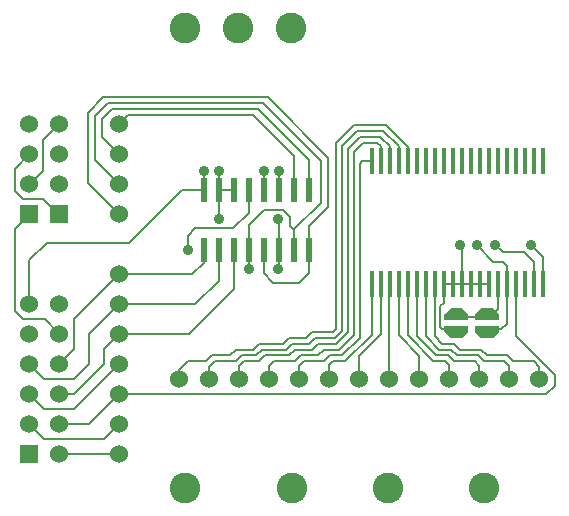
<source format=gbl>
G04 (created by PCBNEW-RS274X (2012-01-19 BZR 3256)-stable) date Mon 10 Dec 2012 15:28:44 GMT*
G01*
G70*
G90*
%MOIN*%
G04 Gerber Fmt 3.4, Leading zero omitted, Abs format*
%FSLAX34Y34*%
G04 APERTURE LIST*
%ADD10C,0.006000*%
%ADD11C,0.102400*%
%ADD12R,0.015700X0.086600*%
%ADD13R,0.078700X0.019700*%
%ADD14R,0.023600X0.078700*%
%ADD15C,0.060000*%
%ADD16R,0.060000X0.060000*%
%ADD17C,0.035000*%
%ADD18C,0.008000*%
G04 APERTURE END LIST*
G54D10*
G54D11*
X56181Y-32283D03*
X57953Y-32283D03*
X59724Y-32283D03*
X56181Y-47638D03*
X59764Y-47638D03*
X62953Y-47638D03*
X66142Y-47638D03*
G54D12*
X63306Y-40830D03*
X63006Y-40830D03*
X62706Y-40830D03*
X62406Y-40830D03*
X63606Y-40830D03*
X63906Y-40830D03*
X64206Y-40830D03*
X64506Y-40830D03*
X64806Y-40830D03*
X65106Y-40830D03*
X65406Y-40830D03*
X63306Y-36730D03*
X63606Y-36730D03*
X63906Y-36730D03*
X64206Y-36730D03*
X64506Y-36730D03*
X64806Y-36730D03*
X65106Y-36730D03*
X65406Y-36730D03*
X65706Y-36730D03*
X63006Y-36730D03*
X62706Y-36730D03*
X62406Y-36730D03*
X65706Y-40830D03*
X66006Y-40830D03*
X66306Y-40830D03*
X66606Y-40830D03*
X66906Y-40830D03*
X67206Y-40830D03*
X67506Y-40830D03*
X67806Y-40830D03*
X66006Y-36730D03*
X66306Y-36730D03*
X66606Y-36730D03*
X66906Y-36730D03*
X67206Y-36730D03*
X67506Y-36730D03*
X67806Y-36730D03*
X68106Y-36730D03*
X68106Y-40830D03*
G54D10*
G36*
X65629Y-41830D02*
X64843Y-41830D01*
X65039Y-41634D01*
X65433Y-41634D01*
X65629Y-41830D01*
X65629Y-41830D01*
G37*
G54D13*
X65236Y-41929D03*
G54D10*
G36*
X65432Y-42618D02*
X65040Y-42618D01*
X64842Y-42422D01*
X65630Y-42422D01*
X65432Y-42618D01*
X65432Y-42618D01*
G37*
G54D13*
X65236Y-42323D03*
G54D10*
G36*
X66653Y-41830D02*
X65867Y-41830D01*
X66063Y-41634D01*
X66457Y-41634D01*
X66653Y-41830D01*
X66653Y-41830D01*
G37*
G54D13*
X66260Y-41929D03*
G54D10*
G36*
X66456Y-42618D02*
X66064Y-42618D01*
X65866Y-42422D01*
X66654Y-42422D01*
X66456Y-42618D01*
X66456Y-42618D01*
G37*
G54D13*
X66260Y-42323D03*
G54D14*
X56813Y-37681D03*
X57313Y-37681D03*
X57813Y-37681D03*
X58313Y-37681D03*
X58813Y-37681D03*
X59313Y-37681D03*
X59813Y-37681D03*
X60313Y-37681D03*
X60313Y-39681D03*
X59813Y-39681D03*
X59313Y-39681D03*
X58813Y-39681D03*
X58313Y-39681D03*
X57813Y-39681D03*
X57313Y-39681D03*
X56813Y-39681D03*
G54D15*
X63000Y-44000D03*
X54000Y-35500D03*
X54000Y-43500D03*
X54000Y-36500D03*
X56000Y-44000D03*
X57000Y-44000D03*
X58000Y-44000D03*
X59000Y-44000D03*
X60000Y-44000D03*
X61000Y-44000D03*
X62000Y-44000D03*
X54000Y-42500D03*
X64000Y-44000D03*
X65000Y-44000D03*
X66000Y-44000D03*
X67000Y-44000D03*
X68000Y-44000D03*
X54000Y-45500D03*
X54000Y-44500D03*
X54000Y-46500D03*
X54000Y-40500D03*
X54000Y-38500D03*
X54000Y-41500D03*
X54000Y-37500D03*
G54D16*
X51000Y-46500D03*
G54D15*
X52000Y-46500D03*
X51000Y-45500D03*
X52000Y-45500D03*
X51000Y-44500D03*
X52000Y-44500D03*
X52000Y-43500D03*
X51000Y-43500D03*
X52000Y-42500D03*
X51000Y-42500D03*
X52000Y-41500D03*
X51000Y-41500D03*
G54D16*
X52000Y-38500D03*
G54D15*
X52000Y-37500D03*
X52000Y-36500D03*
X52000Y-35500D03*
G54D16*
X51000Y-38500D03*
G54D15*
X51000Y-37500D03*
X51000Y-36500D03*
X51000Y-35500D03*
G54D17*
X56811Y-37067D03*
X56299Y-39685D03*
X58307Y-40315D03*
X59291Y-38661D03*
X59291Y-40315D03*
X65354Y-39528D03*
X57323Y-38661D03*
X57323Y-37067D03*
X66535Y-39528D03*
X67717Y-39528D03*
X65906Y-39528D03*
X58819Y-37067D03*
X59311Y-37067D03*
G54D18*
X55039Y-38740D02*
X54330Y-39449D01*
X56813Y-37681D02*
X56099Y-37681D01*
X51574Y-39449D02*
X51000Y-40023D01*
X54330Y-39449D02*
X51574Y-39449D01*
X56099Y-37681D02*
X55039Y-38741D01*
X56813Y-37681D02*
X56813Y-37069D01*
X55039Y-38741D02*
X55039Y-38740D01*
X56813Y-37069D02*
X56811Y-37067D01*
X51000Y-40023D02*
X51000Y-41500D01*
X52500Y-44000D02*
X53000Y-43500D01*
X57313Y-40718D02*
X56531Y-41500D01*
X53000Y-42500D02*
X54000Y-41500D01*
X51500Y-44000D02*
X52500Y-44000D01*
X53000Y-43500D02*
X53000Y-42500D01*
X51000Y-43500D02*
X51500Y-44000D01*
X57313Y-39681D02*
X57313Y-40718D01*
X56531Y-41500D02*
X54000Y-41500D01*
X56429Y-40500D02*
X54000Y-40500D01*
X56813Y-39681D02*
X56813Y-40116D01*
X52500Y-43000D02*
X52500Y-42000D01*
X56813Y-40116D02*
X56429Y-40500D01*
X52500Y-42000D02*
X54000Y-40500D01*
X52000Y-43500D02*
X52500Y-43000D01*
X57813Y-41006D02*
X56319Y-42500D01*
X56319Y-42500D02*
X54000Y-42500D01*
X53500Y-43000D02*
X53500Y-43500D01*
X57813Y-39681D02*
X57813Y-41006D01*
X52500Y-44500D02*
X52000Y-44500D01*
X54000Y-42500D02*
X53500Y-43000D01*
X53500Y-43500D02*
X52500Y-44500D01*
X57795Y-38976D02*
X58313Y-38458D01*
X52500Y-45000D02*
X51500Y-45000D01*
X56299Y-39213D02*
X56536Y-38976D01*
X56299Y-39685D02*
X56299Y-39213D01*
X54000Y-43500D02*
X52500Y-45000D01*
X51500Y-45000D02*
X51000Y-44500D01*
X56536Y-38976D02*
X57795Y-38976D01*
X58313Y-38458D02*
X58313Y-37681D01*
X60709Y-36733D02*
X58779Y-34803D01*
X59813Y-39681D02*
X59813Y-39006D01*
X59685Y-38898D02*
X59685Y-38582D01*
X59793Y-39006D02*
X59685Y-38898D01*
X59685Y-38582D02*
X59449Y-38346D01*
X58819Y-38346D02*
X58313Y-38852D01*
X59813Y-39006D02*
X59793Y-39006D01*
X58313Y-39681D02*
X58313Y-40309D01*
X59449Y-38346D02*
X58819Y-38346D01*
X50989Y-38500D02*
X50512Y-38977D01*
X50512Y-38977D02*
X50512Y-41733D01*
X50512Y-41733D02*
X50787Y-42008D01*
X50787Y-42008D02*
X51508Y-42008D01*
X51508Y-42008D02*
X52000Y-42500D01*
X51000Y-38500D02*
X50989Y-38500D01*
X58313Y-40309D02*
X58307Y-40315D01*
X58313Y-38852D02*
X58313Y-39681D01*
X53189Y-36689D02*
X54000Y-37500D01*
X53622Y-34803D02*
X53189Y-35236D01*
X60709Y-38110D02*
X60709Y-36733D01*
X59813Y-39006D02*
X60709Y-38110D01*
X58779Y-34803D02*
X53622Y-34803D01*
X53189Y-35236D02*
X53189Y-36689D01*
X50512Y-36988D02*
X51000Y-36500D01*
X60313Y-40475D02*
X60001Y-40787D01*
X59134Y-40787D02*
X58813Y-40466D01*
X60313Y-39681D02*
X60313Y-40475D01*
X58813Y-40466D02*
X58813Y-39681D01*
X50512Y-37717D02*
X50512Y-36988D01*
X52000Y-38500D02*
X51965Y-38500D01*
X50787Y-37992D02*
X50512Y-37717D01*
X51457Y-37992D02*
X50787Y-37992D01*
X51965Y-38500D02*
X51457Y-37992D01*
X60001Y-40787D02*
X59134Y-40787D01*
X58937Y-34606D02*
X60945Y-36614D01*
X58937Y-34606D02*
X53465Y-34606D01*
X54000Y-38500D02*
X52953Y-37453D01*
X60313Y-38900D02*
X60313Y-39681D01*
X60945Y-38268D02*
X60313Y-38900D01*
X53465Y-34606D02*
X52953Y-35118D01*
X60945Y-36614D02*
X60945Y-38268D01*
X52953Y-35118D02*
X52953Y-37453D01*
X65406Y-40830D02*
X65706Y-40830D01*
X59313Y-39681D02*
X59313Y-38683D01*
X57313Y-37681D02*
X57313Y-37077D01*
X65236Y-42323D02*
X65236Y-42520D01*
X57313Y-38651D02*
X57323Y-38661D01*
X66006Y-40830D02*
X66306Y-40830D01*
X57313Y-37681D02*
X57813Y-37681D01*
X64685Y-42244D02*
X64685Y-41575D01*
X64685Y-41575D02*
X64806Y-41454D01*
X57313Y-37681D02*
X57313Y-38651D01*
X65706Y-40830D02*
X66006Y-40830D01*
X65106Y-40830D02*
X64806Y-40830D01*
X64764Y-42323D02*
X64685Y-42244D01*
X65406Y-40830D02*
X65106Y-40830D01*
X59291Y-40315D02*
X59313Y-40293D01*
X65236Y-42323D02*
X64764Y-42323D01*
X59313Y-40293D02*
X59313Y-39681D01*
X65406Y-39580D02*
X65354Y-39528D01*
X59313Y-38683D02*
X59291Y-38661D01*
X64806Y-41454D02*
X64806Y-40830D01*
X65406Y-40830D02*
X65406Y-39580D01*
X57313Y-37077D02*
X57323Y-37067D01*
X53500Y-46000D02*
X54000Y-45500D01*
X51000Y-45500D02*
X51500Y-46000D01*
X66771Y-39764D02*
X67480Y-39764D01*
X66535Y-39528D02*
X66771Y-39764D01*
X51500Y-46000D02*
X53500Y-46000D01*
X67806Y-40090D02*
X67806Y-40830D01*
X67480Y-39764D02*
X67806Y-40090D01*
X52000Y-46500D02*
X54000Y-46500D01*
X67717Y-39528D02*
X68106Y-39917D01*
X68106Y-39917D02*
X68106Y-40830D01*
X67206Y-42560D02*
X67206Y-40830D01*
X53000Y-45500D02*
X54000Y-44500D01*
X68504Y-43858D02*
X67206Y-42560D01*
X52000Y-45500D02*
X53000Y-45500D01*
X54000Y-44500D02*
X68217Y-44500D01*
X68504Y-44213D02*
X68504Y-43858D01*
X68217Y-44500D02*
X68504Y-44213D01*
X66260Y-42323D02*
X66260Y-42520D01*
X66772Y-40079D02*
X66457Y-40079D01*
X66457Y-40079D02*
X65906Y-39528D01*
X66906Y-40830D02*
X66906Y-40213D01*
X66906Y-40213D02*
X66772Y-40079D01*
X66906Y-40830D02*
X66906Y-42149D01*
X66732Y-42323D02*
X66260Y-42323D01*
X66906Y-42149D02*
X66732Y-42323D01*
X60433Y-42421D02*
X61121Y-42421D01*
X57087Y-43209D02*
X57677Y-43209D01*
X57677Y-43209D02*
X57874Y-43012D01*
X56890Y-43406D02*
X57087Y-43209D01*
X59646Y-42618D02*
X60236Y-42618D01*
X60236Y-42618D02*
X60433Y-42421D01*
X57874Y-43012D02*
X58464Y-43012D01*
X61220Y-36123D02*
X61812Y-35531D01*
X62893Y-35531D02*
X63606Y-36244D01*
X56000Y-43705D02*
X56299Y-43406D01*
X58464Y-43012D02*
X58661Y-42815D01*
X56000Y-44000D02*
X56000Y-43705D01*
X59449Y-42815D02*
X59646Y-42618D01*
X61812Y-35531D02*
X62893Y-35531D01*
X61121Y-42421D02*
X61220Y-42322D01*
X63606Y-36244D02*
X63606Y-36730D01*
X56299Y-43406D02*
X56890Y-43406D01*
X61220Y-42322D02*
X61220Y-36123D01*
X58661Y-42815D02*
X59449Y-42815D01*
X62697Y-35925D02*
X63006Y-36234D01*
X61614Y-36319D02*
X62008Y-35925D01*
X58858Y-43209D02*
X59646Y-43209D01*
X61614Y-42421D02*
X61614Y-36319D01*
X58169Y-43406D02*
X58661Y-43406D01*
X62008Y-35925D02*
X62697Y-35925D01*
X58000Y-43575D02*
X58169Y-43406D01*
X60433Y-43012D02*
X60630Y-42815D01*
X61220Y-42815D02*
X61614Y-42421D01*
X59646Y-43209D02*
X59843Y-43012D01*
X63006Y-36234D02*
X63006Y-36730D01*
X59843Y-43012D02*
X60433Y-43012D01*
X60630Y-42815D02*
X61220Y-42815D01*
X58661Y-43406D02*
X58858Y-43209D01*
X58000Y-44000D02*
X58000Y-43575D01*
X61024Y-43209D02*
X61417Y-43209D01*
X60138Y-43406D02*
X60827Y-43406D01*
X60827Y-43406D02*
X61024Y-43209D01*
X61417Y-43209D02*
X62008Y-42618D01*
X60000Y-44000D02*
X60000Y-43544D01*
X62008Y-42618D02*
X62008Y-36811D01*
X62089Y-36730D02*
X62406Y-36730D01*
X62008Y-36811D02*
X62089Y-36730D01*
X60000Y-43544D02*
X60138Y-43406D01*
X62000Y-43215D02*
X62000Y-44000D01*
X62706Y-42509D02*
X62000Y-43215D01*
X62706Y-40830D02*
X62706Y-42509D01*
X63306Y-42538D02*
X64000Y-43232D01*
X64000Y-43232D02*
X64000Y-44000D01*
X63306Y-40830D02*
X63306Y-42538D01*
X58813Y-37073D02*
X58819Y-37067D01*
X58813Y-37681D02*
X58813Y-37073D01*
X59313Y-37069D02*
X59311Y-37067D01*
X59313Y-37681D02*
X59313Y-37069D01*
X65236Y-41929D02*
X66260Y-41929D01*
X66606Y-40830D02*
X66606Y-41661D01*
X66260Y-41732D02*
X66260Y-41929D01*
X66338Y-41929D02*
X66260Y-41929D01*
X65236Y-41732D02*
X65236Y-41929D01*
X66606Y-41661D02*
X66338Y-41929D01*
X60039Y-43209D02*
X60630Y-43209D01*
X59000Y-43560D02*
X59154Y-43406D01*
X61811Y-42520D02*
X61811Y-36417D01*
X59000Y-44000D02*
X59000Y-43560D01*
X60827Y-43012D02*
X61319Y-43012D01*
X62106Y-36122D02*
X62599Y-36122D01*
X60630Y-43209D02*
X60827Y-43012D01*
X62706Y-36229D02*
X62706Y-36730D01*
X61811Y-36417D02*
X62106Y-36122D01*
X59154Y-43406D02*
X59842Y-43406D01*
X62599Y-36122D02*
X62706Y-36229D01*
X59842Y-43406D02*
X60039Y-43209D01*
X61319Y-43012D02*
X61811Y-42520D01*
X61122Y-43406D02*
X61000Y-43528D01*
X62406Y-42514D02*
X61514Y-43406D01*
X61000Y-43528D02*
X61000Y-44000D01*
X62406Y-40830D02*
X62406Y-42514D01*
X61514Y-43406D02*
X61122Y-43406D01*
X64506Y-42557D02*
X64764Y-42815D01*
X66929Y-43209D02*
X67126Y-43406D01*
X67816Y-43406D02*
X68000Y-43590D01*
X65354Y-43012D02*
X66043Y-43012D01*
X64506Y-40830D02*
X64506Y-42557D01*
X66240Y-43209D02*
X66929Y-43209D01*
X65157Y-42815D02*
X65354Y-43012D01*
X64764Y-42815D02*
X65157Y-42815D01*
X67126Y-43406D02*
X67816Y-43406D01*
X68000Y-43590D02*
X68000Y-44000D01*
X66043Y-43012D02*
X66240Y-43209D01*
X67000Y-43575D02*
X67000Y-44000D01*
X65059Y-43012D02*
X65256Y-43209D01*
X64206Y-40830D02*
X64206Y-42553D01*
X65945Y-43209D02*
X66142Y-43406D01*
X64665Y-43012D02*
X65059Y-43012D01*
X66142Y-43406D02*
X66831Y-43406D01*
X66831Y-43406D02*
X67000Y-43575D01*
X64206Y-42553D02*
X64665Y-43012D01*
X65256Y-43209D02*
X65945Y-43209D01*
X65000Y-43543D02*
X65000Y-44000D01*
X63606Y-42543D02*
X64469Y-43406D01*
X64469Y-43406D02*
X64863Y-43406D01*
X64863Y-43406D02*
X65000Y-43543D01*
X63606Y-40830D02*
X63606Y-42543D01*
X57185Y-43406D02*
X57874Y-43406D01*
X61417Y-36221D02*
X61910Y-35728D01*
X59744Y-42815D02*
X60334Y-42815D01*
X59547Y-43012D02*
X59744Y-42815D01*
X63306Y-36240D02*
X63306Y-36730D01*
X61417Y-42389D02*
X61417Y-36221D01*
X58760Y-43012D02*
X59547Y-43012D01*
X60334Y-42815D02*
X60531Y-42618D01*
X57874Y-43406D02*
X58071Y-43209D01*
X57000Y-43591D02*
X57185Y-43406D01*
X60531Y-42618D02*
X61188Y-42618D01*
X58071Y-43209D02*
X58563Y-43209D01*
X61188Y-42618D02*
X61417Y-42389D01*
X61910Y-35728D02*
X62794Y-35728D01*
X58563Y-43209D02*
X58760Y-43012D01*
X57000Y-44000D02*
X57000Y-43591D01*
X62794Y-35728D02*
X63306Y-36240D01*
X63906Y-40830D02*
X63906Y-42548D01*
X65847Y-43406D02*
X66000Y-43559D01*
X65157Y-43406D02*
X65847Y-43406D01*
X64567Y-43209D02*
X64960Y-43209D01*
X64960Y-43209D02*
X65157Y-43406D01*
X66000Y-43559D02*
X66000Y-44000D01*
X63906Y-42548D02*
X64567Y-43209D01*
X63000Y-40836D02*
X63006Y-40830D01*
X63000Y-44000D02*
X63000Y-40836D01*
X51000Y-37500D02*
X51004Y-37500D01*
X51457Y-36043D02*
X52000Y-35500D01*
X51457Y-37047D02*
X51457Y-36043D01*
X51004Y-37500D02*
X51457Y-37047D01*
X59813Y-36544D02*
X58466Y-35197D01*
X58466Y-35197D02*
X54303Y-35197D01*
X54000Y-35500D02*
X54303Y-35197D01*
X59813Y-37681D02*
X59813Y-36544D01*
X58622Y-35000D02*
X60313Y-36691D01*
X58622Y-35000D02*
X53745Y-35000D01*
X53745Y-35000D02*
X53425Y-35320D01*
X53425Y-35320D02*
X53425Y-35925D01*
X54000Y-36500D02*
X53425Y-35925D01*
X60313Y-36691D02*
X60313Y-37681D01*
M02*

</source>
